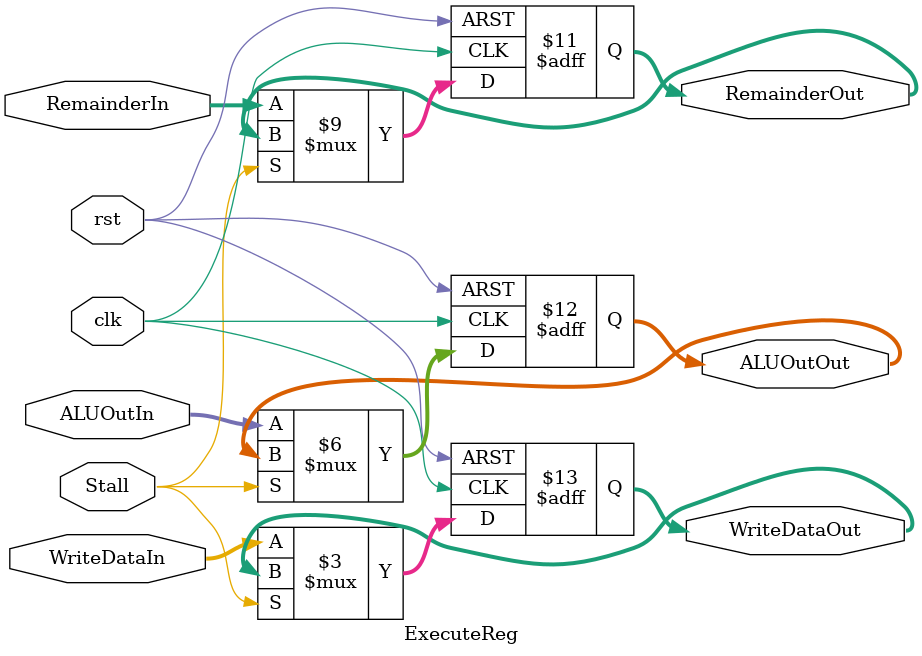
<source format=v>
module ExecuteReg(clk, rst, Stall, RemainderIn, ALUOutIn, RemainderOut, 
				  ALUOutOut, WriteDataIn, WriteDataOut);
input clk, rst, Stall;
input[15:0] RemainderIn, ALUOutIn, WriteDataIn;

output reg[15:0] RemainderOut, ALUOutOut, WriteDataOut;

always @(posedge clk, posedge rst) begin
	if (rst) begin
		RemainderOut <= 1'd0;
		ALUOutOut <= 16'd0;
		WriteDataOut <= 16'd0;
	end
	else if (Stall) begin
		RemainderOut <= RemainderOut;
		ALUOutOut <= ALUOutOut;
		WriteDataOut <= WriteDataOut;
	end
	else begin
		RemainderOut <= RemainderIn;
		ALUOutOut <= ALUOutIn;
		WriteDataOut <= WriteDataIn;
	end
end


endmodule
</source>
